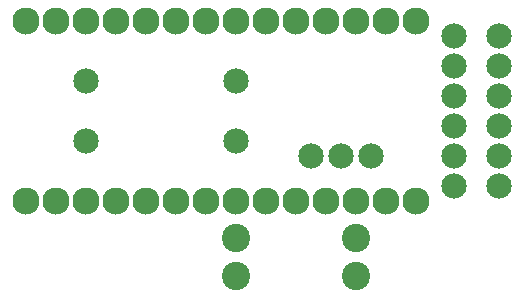
<source format=gbs>
G04 #@! TF.FileFunction,Soldermask,Bot*
%FSLAX46Y46*%
G04 Gerber Fmt 4.6, Leading zero omitted, Abs format (unit mm)*
G04 Created by KiCad (PCBNEW 4.0.0-rc1-stable) date 11/7/2015 3:14:44 PM*
%MOMM*%
G01*
G04 APERTURE LIST*
%ADD10C,0.020000*%
%ADD11C,2.300000*%
%ADD12C,2.152600*%
%ADD13C,2.398980*%
G04 APERTURE END LIST*
D10*
D11*
X109220000Y-68580000D03*
X111760000Y-68580000D03*
X114300000Y-68580000D03*
X116840000Y-68580000D03*
X119380000Y-68580000D03*
X121920000Y-68580000D03*
X124460000Y-68580000D03*
X127000000Y-68580000D03*
X129540000Y-68580000D03*
X132080000Y-68580000D03*
X134620000Y-68580000D03*
X137160000Y-68580000D03*
X139700000Y-68580000D03*
X139700000Y-83820000D03*
X137160000Y-83820000D03*
X134620000Y-83820000D03*
X132080000Y-83820000D03*
X129540000Y-83820000D03*
X127000000Y-83820000D03*
X124460000Y-83820000D03*
X121920000Y-83820000D03*
X119380000Y-83820000D03*
X116840000Y-83820000D03*
X114300000Y-83820000D03*
X111760000Y-83820000D03*
X109220000Y-83820000D03*
X106680000Y-83820000D03*
X106680000Y-68580000D03*
D12*
X124460000Y-78740000D03*
X124460000Y-73660000D03*
X111760000Y-73660000D03*
X111760000Y-78740000D03*
X142875000Y-82550000D03*
X142875000Y-80010000D03*
X142875000Y-77470000D03*
X142875000Y-74930000D03*
X142875000Y-72390000D03*
X142875000Y-69850000D03*
X146685000Y-82550000D03*
X146685000Y-80010000D03*
X146685000Y-77470000D03*
X146685000Y-74930000D03*
X146685000Y-72390000D03*
X146685000Y-69850000D03*
X130810000Y-80010000D03*
X133350000Y-80010000D03*
X135890000Y-80010000D03*
D13*
X124460000Y-86995000D03*
X134620000Y-86995000D03*
X124460000Y-90170000D03*
X134620000Y-90170000D03*
M02*

</source>
